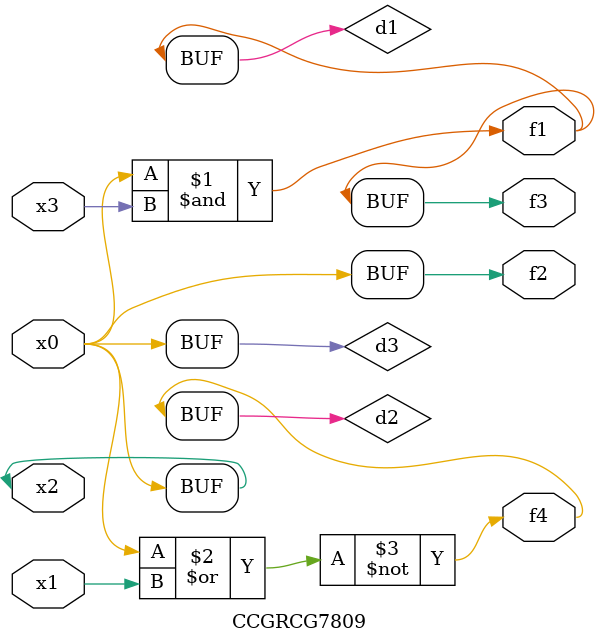
<source format=v>
module CCGRCG7809(
	input x0, x1, x2, x3,
	output f1, f2, f3, f4
);

	wire d1, d2, d3;

	and (d1, x2, x3);
	nor (d2, x0, x1);
	buf (d3, x0, x2);
	assign f1 = d1;
	assign f2 = d3;
	assign f3 = d1;
	assign f4 = d2;
endmodule

</source>
